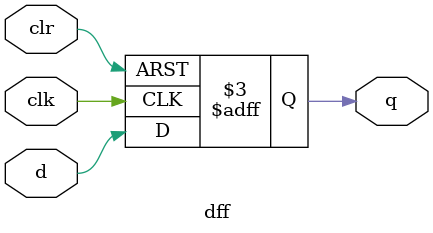
<source format=v>
module dff (q, d, clk, clr);
   
   //Inputs
   input d, clk, clr;
   
   //Internal wire
   wire clr;

   //Output
   output q;
   
   //Register
   reg q;

   //Intialize q to 0
   initial
   begin
       q = 1'b0;
   end

   //Set value of q on positive edge of the clock or clear
   always @(posedge clk or posedge clr) begin
       //If clear is high, set q to 0
       if (clr) begin
           q <= 1'b0;
       //If enable is high, set q to the value of d
       end else begin
           q <= d;
       end
   end
endmodule
</source>
